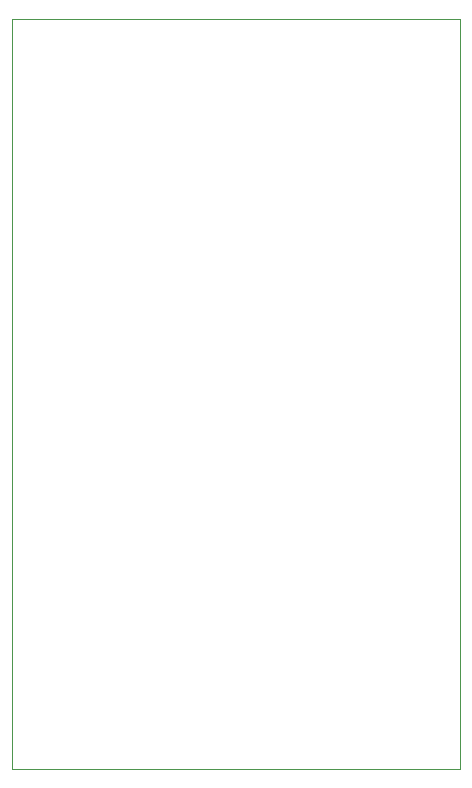
<source format=gbr>
%TF.GenerationSoftware,KiCad,Pcbnew,8.0.6*%
%TF.CreationDate,2025-04-24T20:36:05+02:00*%
%TF.ProjectId,Picroscope,50696372-6f73-4636-9f70-652e6b696361,rev?*%
%TF.SameCoordinates,Original*%
%TF.FileFunction,Profile,NP*%
%FSLAX46Y46*%
G04 Gerber Fmt 4.6, Leading zero omitted, Abs format (unit mm)*
G04 Created by KiCad (PCBNEW 8.0.6) date 2025-04-24 20:36:05*
%MOMM*%
%LPD*%
G01*
G04 APERTURE LIST*
%TA.AperFunction,Profile*%
%ADD10C,0.050000*%
%TD*%
G04 APERTURE END LIST*
D10*
X120500000Y-69500000D02*
X158500000Y-69500000D01*
X158500000Y-133000000D01*
X120500000Y-133000000D01*
X120500000Y-69500000D01*
M02*

</source>
